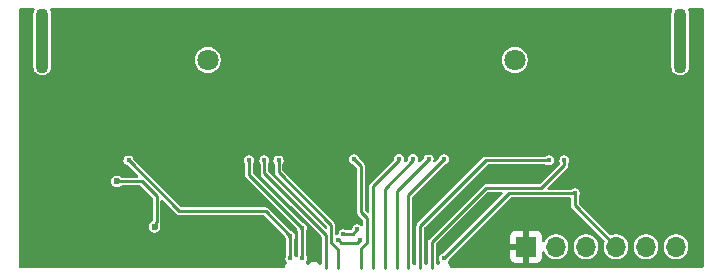
<source format=gbl>
%TF.GenerationSoftware,KiCad,Pcbnew,9.0.0*%
%TF.CreationDate,2025-04-22T14:32:57+01:00*%
%TF.ProjectId,vm_jacdaptor_0.2,766d5f6a-6163-4646-9170-746f725f302e,v0.2*%
%TF.SameCoordinates,PX58b1140PY3fe56c0*%
%TF.FileFunction,Copper,L2,Bot*%
%TF.FilePolarity,Positive*%
%FSLAX45Y45*%
G04 Gerber Fmt 4.5, Leading zero omitted, Abs format (unit mm)*
G04 Created by KiCad (PCBNEW 9.0.0) date 2025-04-22 14:32:57*
%MOMM*%
%LPD*%
G01*
G04 APERTURE LIST*
%TA.AperFunction,ComponentPad*%
%ADD10R,1.700000X1.700000*%
%TD*%
%TA.AperFunction,ComponentPad*%
%ADD11O,1.700000X1.700000*%
%TD*%
%TA.AperFunction,ComponentPad*%
%ADD12C,1.800000*%
%TD*%
%TA.AperFunction,ComponentPad*%
%ADD13O,1.100000X5.500000*%
%TD*%
%TA.AperFunction,SMDPad,CuDef*%
%ADD14C,0.125000*%
%TD*%
%TA.AperFunction,ViaPad*%
%ADD15C,0.600000*%
%TD*%
%TA.AperFunction,ViaPad*%
%ADD16C,0.450000*%
%TD*%
%TA.AperFunction,Conductor*%
%ADD17C,0.250000*%
%TD*%
%TA.AperFunction,Conductor*%
%ADD18C,0.500000*%
%TD*%
%TA.AperFunction,Conductor*%
%ADD19C,0.200000*%
%TD*%
G04 APERTURE END LIST*
D10*
%TO.P,J2,1,Pin_1*%
%TO.N,GND*%
X1395000Y-920000D03*
D11*
%TO.P,J2,2,Pin_2*%
%TO.N,/RESET*%
X1649000Y-920000D03*
%TO.P,J2,3,Pin_3*%
%TO.N,/SWCLK*%
X1903000Y-920000D03*
%TO.P,J2,4,Pin_4*%
%TO.N,/JD_DATA*%
X2157000Y-920000D03*
%TO.P,J2,5,Pin_5*%
%TO.N,JD_PWR*%
X2411000Y-920000D03*
%TO.P,J2,6,Pin_6*%
%TO.N,+3V3*%
X2665000Y-920000D03*
%TD*%
D12*
%TO.P,J1,*%
%TO.N,*%
X-1300000Y660000D03*
X1300000Y660000D03*
D13*
%TO.P,J1,41*%
%TO.N,N/C*%
X2700000Y825000D03*
%TO.P,J1,42*%
X-2700000Y825000D03*
%TD*%
D14*
%TO.P,GS12,1,SWDIO~8*%
%TO.N,/SWDIO_8*%
X600000Y-1100000D03*
%TD*%
%TO.P,GS5,1,SWDIO~1*%
%TO.N,/SWDIO_1*%
X-200000Y-1100000D03*
%TD*%
%TO.P,GS10,1,SWDIO~6*%
%TO.N,/SWDIO_6*%
X400000Y-1100000D03*
%TD*%
%TO.P,GS7,1,SWDIO~3*%
%TO.N,/SWDIO_3*%
X100000Y-1100000D03*
%TD*%
%TO.P,GS6,1,SWDIO~2*%
%TO.N,/SWDIO_2*%
X0Y-1100000D03*
%TD*%
%TO.P,GS4,1,SWDIO~0*%
%TO.N,/SWDIO_0*%
X-300000Y-1100000D03*
%TD*%
%TO.P,GS8,1,SWDIO~4*%
%TO.N,/SWDIO_4*%
X200000Y-1100000D03*
%TD*%
%TO.P,GS11,1,SWDIO~7*%
%TO.N,/SWDIO_7*%
X500000Y-1100000D03*
%TD*%
%TO.P,GS9,1,SWDIO~5*%
%TO.N,/SWDIO_5*%
X300000Y-1100000D03*
%TD*%
D15*
%TO.N,+3V3*%
X-1750000Y-750100D03*
X-2067500Y-367500D03*
D16*
%TO.N,GND*%
X-1465000Y-445000D03*
D15*
X-2006819Y-444689D03*
D16*
X1940000Y-480000D03*
X-335000Y-305000D03*
X-402500Y-1020000D03*
X-745000Y-830000D03*
D15*
X-1930000Y-710000D03*
D16*
X2170000Y-635000D03*
X945000Y-695000D03*
X-1420000Y-245000D03*
X1435000Y-550000D03*
X1140000Y-810000D03*
X-2260000Y-255000D03*
X1020000Y-965000D03*
%TO.N,/JD_DATA*%
X1808099Y-468914D03*
X700000Y-1020000D03*
%TO.N,/SWDIO_1*%
X-700000Y-190000D03*
%TO.N,/SWDIO_2*%
X-60000Y-180000D03*
%TO.N,/SWDIO_3*%
X320000Y-176900D03*
%TO.N,/SWDIO_4*%
X440000Y-176900D03*
%TO.N,/SWDIO_5*%
X570000Y-180000D03*
%TO.N,/SWDIO_6*%
X700000Y-180000D03*
%TO.N,/SWDIO_7*%
X1590000Y-190000D03*
%TO.N,/SWCLK*%
X-6851Y-863829D03*
X-600000Y-1020000D03*
X-1970000Y-190000D03*
X-198693Y-862000D03*
X-600000Y-830000D03*
%TO.N,/RESET*%
X-32782Y-772782D03*
X-500000Y-760000D03*
X-500000Y-1020000D03*
X-152500Y-816322D03*
X-950000Y-190000D03*
%TO.N,/SWDIO_0*%
X-820000Y-190000D03*
%TO.N,/SWDIO_8*%
X1720000Y-190000D03*
%TD*%
D17*
%TO.N,+3V3*%
X-2067500Y-367500D02*
X-1856140Y-367500D01*
X-1856140Y-367500D02*
X-1732500Y-491140D01*
X-1732500Y-491140D02*
X-1732500Y-712500D01*
X-1750000Y-730000D02*
X-1750000Y-750100D01*
X-1732500Y-712500D02*
X-1750000Y-730000D01*
D18*
%TO.N,GND*%
X-2009261Y-447131D02*
X-2006819Y-444689D01*
X-1947098Y-657098D02*
X-1930000Y-674195D01*
D19*
X2700000Y-600000D02*
X2650000Y-600000D01*
D18*
X-1930000Y-674195D02*
X-1930000Y-710000D01*
X-2009261Y-594934D02*
X-2009261Y-447131D01*
X-2000000Y-710000D02*
X-1947098Y-657098D01*
X-1947098Y-657098D02*
X-2009261Y-594934D01*
D17*
%TO.N,/JD_DATA*%
X1808099Y-571100D02*
X2157000Y-920000D01*
X1808099Y-468914D02*
X1251086Y-468914D01*
X1251086Y-468914D02*
X700000Y-1020000D01*
X1808099Y-468914D02*
X1808099Y-571100D01*
%TO.N,/SWDIO_1*%
X-700000Y-290000D02*
X-700000Y-190000D01*
X-253693Y-736307D02*
X-700000Y-290000D01*
X-200000Y-938475D02*
X-253693Y-884782D01*
X-253693Y-884782D02*
X-253693Y-736307D01*
X-200000Y-1100000D02*
X-200000Y-938475D01*
%TO.N,/SWDIO_2*%
X50000Y-680242D02*
X0Y-630242D01*
X0Y-630242D02*
X0Y-240000D01*
X50000Y-884760D02*
X50000Y-680242D01*
X0Y-934760D02*
X50000Y-884760D01*
X0Y-240000D02*
X-60000Y-180000D01*
X0Y-1100000D02*
X0Y-934760D01*
%TO.N,/SWDIO_3*%
X100000Y-410000D02*
X320000Y-190000D01*
X100000Y-1100000D02*
X100000Y-410000D01*
X320000Y-190000D02*
X320000Y-176900D01*
%TO.N,/SWDIO_4*%
X200000Y-430000D02*
X440000Y-190000D01*
X200000Y-1100000D02*
X200000Y-430000D01*
X440000Y-190000D02*
X440000Y-176900D01*
%TO.N,/SWDIO_5*%
X300000Y-1100000D02*
X300000Y-450000D01*
X300000Y-450000D02*
X570000Y-180000D01*
%TO.N,/SWDIO_6*%
X400000Y-480000D02*
X700000Y-180000D01*
X400000Y-1100000D02*
X400000Y-480000D01*
%TO.N,/SWDIO_7*%
X500000Y-1100000D02*
X500000Y-745209D01*
X500000Y-745209D02*
X1055210Y-190000D01*
X1055210Y-190000D02*
X1590000Y-190000D01*
%TO.N,/SWCLK*%
X-194257Y-862102D02*
X-194356Y-862102D01*
X-167081Y-885000D02*
X-185770Y-866310D01*
X-600000Y-830000D02*
X-810000Y-620000D01*
X-185770Y-866310D02*
X-189344Y-866310D01*
X-13829Y-863829D02*
X-35000Y-885000D01*
X-192916Y-862739D02*
X-193620Y-862739D01*
X-1540000Y-620000D02*
X-1970000Y-190000D01*
X-194458Y-862000D02*
X-198693Y-862000D01*
X-6851Y-863829D02*
X-13829Y-863829D01*
X-35000Y-885000D02*
X-167081Y-885000D01*
X-189344Y-866310D02*
X-192916Y-862739D01*
X-810000Y-620000D02*
X-1540000Y-620000D01*
X-194356Y-862102D02*
X-194458Y-862000D01*
X-600000Y-1020000D02*
X-600000Y-830000D01*
X-193620Y-862739D02*
X-194257Y-862102D01*
%TO.N,/RESET*%
X-73333Y-813333D02*
X-149510Y-813333D01*
X-32782Y-772782D02*
X-73333Y-813333D01*
X-950000Y-310000D02*
X-950000Y-190000D01*
X-149510Y-813333D02*
X-152500Y-816322D01*
X-500000Y-1020000D02*
X-500000Y-760000D01*
X-500000Y-760000D02*
X-950000Y-310000D01*
%TO.N,/SWDIO_0*%
X-820000Y-300000D02*
X-820000Y-190000D01*
X-300000Y-820000D02*
X-820000Y-300000D01*
X-300000Y-1100000D02*
X-300000Y-820000D01*
%TO.N,/SWDIO_8*%
X1720000Y-230000D02*
X1720000Y-190000D01*
X1056086Y-423914D02*
X1526086Y-423914D01*
X1526086Y-423914D02*
X1720000Y-230000D01*
X600000Y-1100000D02*
X600000Y-880000D01*
X600000Y-880000D02*
X1056086Y-423914D01*
%TD*%
%TA.AperFunction,Conductor*%
%TO.N,GND*%
G36*
X-2770040Y1097982D02*
G01*
X-2765465Y1092701D01*
X-2764470Y1085785D01*
X-2766262Y1081109D01*
X-2766221Y1081087D01*
X-2766397Y1080759D01*
X-2766434Y1080661D01*
X-2766508Y1080550D01*
X-2766509Y1080549D01*
X-2772166Y1066892D01*
X-2772166Y1066891D01*
X-2775050Y1052392D01*
X-2775050Y1052392D01*
X-2775050Y597608D01*
X-2775050Y597608D01*
X-2775050Y597608D01*
X-2772166Y583109D01*
X-2772166Y583108D01*
X-2766509Y569451D01*
X-2766508Y569450D01*
X-2758295Y557159D01*
X-2758295Y557158D01*
X-2747842Y546705D01*
X-2747842Y546705D01*
X-2735550Y538492D01*
X-2735549Y538491D01*
X-2721892Y532834D01*
X-2721891Y532834D01*
X-2721891Y532834D01*
X-2721891Y532834D01*
X-2707392Y529950D01*
X-2707392Y529950D01*
X-2692608Y529950D01*
X-2682854Y531890D01*
X-2678109Y532834D01*
X-2664451Y538492D01*
X-2652158Y546705D01*
X-2641705Y557158D01*
X-2633492Y569451D01*
X-2627834Y583109D01*
X-2624950Y597608D01*
X-2624950Y668661D01*
X-1410050Y668661D01*
X-1410050Y651339D01*
X-1407340Y634230D01*
X-1401987Y617756D01*
X-1394123Y602321D01*
X-1383941Y588307D01*
X-1371693Y576059D01*
X-1357679Y565877D01*
X-1342245Y558013D01*
X-1325770Y552660D01*
X-1308661Y549950D01*
X-1308661Y549950D01*
X-1291339Y549950D01*
X-1291339Y549950D01*
X-1274230Y552660D01*
X-1257756Y558013D01*
X-1242321Y565877D01*
X-1228307Y576059D01*
X-1216059Y588307D01*
X-1205877Y602321D01*
X-1198013Y617756D01*
X-1192660Y634230D01*
X-1189950Y651339D01*
X-1189950Y668661D01*
X1189950Y668661D01*
X1189950Y651339D01*
X1192660Y634230D01*
X1198013Y617756D01*
X1205877Y602321D01*
X1216059Y588307D01*
X1228307Y576059D01*
X1242321Y565877D01*
X1257756Y558013D01*
X1274230Y552660D01*
X1291339Y549950D01*
X1291339Y549950D01*
X1308661Y549950D01*
X1308661Y549950D01*
X1325770Y552660D01*
X1342245Y558013D01*
X1357679Y565877D01*
X1371693Y576059D01*
X1383941Y588307D01*
X1394123Y602321D01*
X1401987Y617756D01*
X1407340Y634230D01*
X1410050Y651339D01*
X1410050Y668661D01*
X1407340Y685770D01*
X1401987Y702244D01*
X1394123Y717679D01*
X1383941Y731693D01*
X1371693Y743941D01*
X1357679Y754123D01*
X1342245Y761987D01*
X1325770Y767340D01*
X1325770Y767340D01*
X1325770Y767340D01*
X1312627Y769422D01*
X1308661Y770050D01*
X1291339Y770050D01*
X1287373Y769422D01*
X1274230Y767340D01*
X1257755Y761987D01*
X1242321Y754123D01*
X1234326Y748314D01*
X1228307Y743941D01*
X1228307Y743941D01*
X1228307Y743941D01*
X1216059Y731693D01*
X1216059Y731693D01*
X1216059Y731693D01*
X1211686Y725674D01*
X1205877Y717679D01*
X1198013Y702245D01*
X1192660Y685770D01*
X1189950Y668661D01*
X-1189950Y668661D01*
X-1192660Y685770D01*
X-1198013Y702244D01*
X-1205877Y717679D01*
X-1216059Y731693D01*
X-1228307Y743941D01*
X-1242321Y754123D01*
X-1257756Y761987D01*
X-1274230Y767340D01*
X-1274230Y767340D01*
X-1274230Y767340D01*
X-1287373Y769422D01*
X-1291339Y770050D01*
X-1308661Y770050D01*
X-1312627Y769422D01*
X-1325770Y767340D01*
X-1342245Y761987D01*
X-1357679Y754123D01*
X-1365674Y748314D01*
X-1371693Y743941D01*
X-1371693Y743941D01*
X-1371693Y743941D01*
X-1383941Y731693D01*
X-1383941Y731693D01*
X-1383941Y731693D01*
X-1388314Y725674D01*
X-1394123Y717679D01*
X-1401987Y702245D01*
X-1407340Y685770D01*
X-1410050Y668661D01*
X-2624950Y668661D01*
X-2624950Y1052392D01*
X-2624950Y1052392D01*
X-2627834Y1066891D01*
X-2627834Y1066891D01*
X-2627834Y1066891D01*
X-2627834Y1066892D01*
X-2633491Y1080549D01*
X-2633492Y1080550D01*
X-2633566Y1080661D01*
X-2633587Y1080728D01*
X-2633779Y1081087D01*
X-2633711Y1081124D01*
X-2635654Y1087328D01*
X-2633806Y1094066D01*
X-2628608Y1098736D01*
X-2623256Y1099950D01*
X2623256Y1099950D01*
X2629960Y1097982D01*
X2634535Y1092701D01*
X2635530Y1085785D01*
X2633738Y1081109D01*
X2633779Y1081087D01*
X2633603Y1080759D01*
X2633566Y1080661D01*
X2633492Y1080550D01*
X2633491Y1080549D01*
X2627834Y1066892D01*
X2627834Y1066891D01*
X2624950Y1052392D01*
X2624950Y1052392D01*
X2624950Y597608D01*
X2624950Y597608D01*
X2624950Y597608D01*
X2627834Y583109D01*
X2627834Y583108D01*
X2633491Y569451D01*
X2633492Y569450D01*
X2641705Y557159D01*
X2641705Y557158D01*
X2652158Y546705D01*
X2652158Y546705D01*
X2664450Y538492D01*
X2664451Y538491D01*
X2678108Y532834D01*
X2678109Y532834D01*
X2678109Y532834D01*
X2678109Y532834D01*
X2692608Y529950D01*
X2692608Y529950D01*
X2707392Y529950D01*
X2717146Y531890D01*
X2721891Y532834D01*
X2735550Y538492D01*
X2747842Y546705D01*
X2758295Y557158D01*
X2766508Y569451D01*
X2772166Y583109D01*
X2775050Y597608D01*
X2775050Y1052392D01*
X2775050Y1052392D01*
X2772166Y1066891D01*
X2772166Y1066891D01*
X2772166Y1066891D01*
X2772166Y1066892D01*
X2766509Y1080549D01*
X2766508Y1080550D01*
X2766434Y1080661D01*
X2766413Y1080728D01*
X2766221Y1081087D01*
X2766289Y1081124D01*
X2764346Y1087328D01*
X2766194Y1094066D01*
X2771392Y1098736D01*
X2776744Y1099950D01*
X2887550Y1099950D01*
X2894254Y1097982D01*
X2898829Y1092701D01*
X2899950Y1087550D01*
X2899950Y-1087600D01*
X2897981Y-1094304D01*
X2892701Y-1098879D01*
X2887550Y-1100000D01*
X760950Y-1100000D01*
X754246Y-1098032D01*
X749671Y-1092751D01*
X748973Y-1090809D01*
X748113Y-1087600D01*
X746194Y-1080438D01*
X739668Y-1069134D01*
X734122Y-1063589D01*
X730774Y-1057456D01*
X731272Y-1050487D01*
X733625Y-1046826D01*
X733554Y-1046771D01*
X734048Y-1046127D01*
X734048Y-1046126D01*
X739650Y-1036424D01*
X742466Y-1025916D01*
X745675Y-1020358D01*
X935817Y-830215D01*
X1260000Y-830215D01*
X1260000Y-895000D01*
X1351699Y-895000D01*
X1348408Y-900701D01*
X1345000Y-913417D01*
X1345000Y-926583D01*
X1348408Y-939299D01*
X1351699Y-945000D01*
X1260000Y-945000D01*
X1260000Y-1009784D01*
X1260640Y-1015737D01*
X1260640Y-1015738D01*
X1265665Y-1029209D01*
X1265665Y-1029209D01*
X1274281Y-1040719D01*
X1274281Y-1040719D01*
X1285791Y-1049335D01*
X1285791Y-1049335D01*
X1299262Y-1054360D01*
X1299263Y-1054360D01*
X1305216Y-1055000D01*
X1305217Y-1055000D01*
X1370000Y-1055000D01*
X1370000Y-963301D01*
X1375701Y-966592D01*
X1388417Y-970000D01*
X1401583Y-970000D01*
X1414299Y-966592D01*
X1420000Y-963301D01*
X1420000Y-1055000D01*
X1484783Y-1055000D01*
X1484784Y-1055000D01*
X1490737Y-1054360D01*
X1490738Y-1054360D01*
X1504209Y-1049335D01*
X1504209Y-1049335D01*
X1515719Y-1040719D01*
X1515719Y-1040719D01*
X1524335Y-1029209D01*
X1524335Y-1029209D01*
X1529360Y-1015738D01*
X1529360Y-1015737D01*
X1530000Y-1009784D01*
X1530000Y-1009783D01*
X1530000Y-969556D01*
X1531968Y-962852D01*
X1537249Y-958277D01*
X1544165Y-957283D01*
X1550520Y-960185D01*
X1553856Y-964811D01*
X1554594Y-966592D01*
X1555906Y-969760D01*
X1558956Y-974325D01*
X1567402Y-986966D01*
X1582034Y-1001597D01*
X1582034Y-1001598D01*
X1599240Y-1013094D01*
X1618358Y-1021013D01*
X1638653Y-1025050D01*
X1638653Y-1025050D01*
X1638653Y-1025050D01*
X1659347Y-1025050D01*
X1659347Y-1025050D01*
X1679642Y-1021013D01*
X1698760Y-1013094D01*
X1715965Y-1001598D01*
X1730598Y-986965D01*
X1742094Y-969760D01*
X1750013Y-950642D01*
X1754050Y-930346D01*
X1754050Y-909653D01*
X1754050Y-909653D01*
X1797950Y-909653D01*
X1797950Y-930347D01*
X1801987Y-950641D01*
X1801987Y-950642D01*
X1809906Y-969760D01*
X1821402Y-986966D01*
X1836034Y-1001597D01*
X1836034Y-1001598D01*
X1853240Y-1013094D01*
X1872358Y-1021013D01*
X1892653Y-1025050D01*
X1892653Y-1025050D01*
X1892653Y-1025050D01*
X1913347Y-1025050D01*
X1913347Y-1025050D01*
X1933642Y-1021013D01*
X1952760Y-1013094D01*
X1969965Y-1001598D01*
X1984598Y-986965D01*
X1996094Y-969760D01*
X2004013Y-950642D01*
X2008050Y-930346D01*
X2008050Y-909653D01*
X2004013Y-889358D01*
X1996094Y-870240D01*
X1984598Y-853034D01*
X1984597Y-853034D01*
X1969966Y-838402D01*
X1955486Y-828727D01*
X1952760Y-826906D01*
X1950852Y-826115D01*
X1933642Y-818987D01*
X1933641Y-818987D01*
X1913347Y-814950D01*
X1913346Y-814950D01*
X1892653Y-814950D01*
X1892653Y-814950D01*
X1872359Y-818987D01*
X1872358Y-818987D01*
X1853240Y-826906D01*
X1836034Y-838402D01*
X1821402Y-853034D01*
X1809906Y-870240D01*
X1801987Y-889358D01*
X1801987Y-889359D01*
X1797950Y-909653D01*
X1754050Y-909653D01*
X1750013Y-889358D01*
X1742094Y-870240D01*
X1730598Y-853034D01*
X1730597Y-853034D01*
X1715966Y-838402D01*
X1701486Y-828727D01*
X1698760Y-826906D01*
X1696852Y-826115D01*
X1679642Y-818987D01*
X1679641Y-818987D01*
X1659347Y-814950D01*
X1659346Y-814950D01*
X1638653Y-814950D01*
X1638653Y-814950D01*
X1618359Y-818987D01*
X1618358Y-818987D01*
X1599240Y-826906D01*
X1582034Y-838402D01*
X1567402Y-853034D01*
X1555906Y-870240D01*
X1553856Y-875189D01*
X1549472Y-880629D01*
X1542843Y-882836D01*
X1536073Y-881108D01*
X1531312Y-875994D01*
X1530000Y-870443D01*
X1530000Y-830217D01*
X1530000Y-830215D01*
X1529360Y-824263D01*
X1529360Y-824262D01*
X1524335Y-810791D01*
X1524335Y-810791D01*
X1515719Y-799281D01*
X1515719Y-799281D01*
X1504209Y-790665D01*
X1504209Y-790664D01*
X1490738Y-785640D01*
X1490737Y-785640D01*
X1484784Y-785000D01*
X1420000Y-785000D01*
X1420000Y-876699D01*
X1414299Y-873407D01*
X1401583Y-870000D01*
X1388417Y-870000D01*
X1375701Y-873407D01*
X1370000Y-876699D01*
X1370000Y-785000D01*
X1305216Y-785000D01*
X1299263Y-785640D01*
X1299262Y-785640D01*
X1285791Y-790664D01*
X1285791Y-790665D01*
X1274281Y-799281D01*
X1274281Y-799281D01*
X1265665Y-810791D01*
X1265665Y-810791D01*
X1260640Y-824262D01*
X1260640Y-824263D01*
X1260000Y-830215D01*
X935817Y-830215D01*
X1260937Y-505096D01*
X1267069Y-501747D01*
X1269705Y-501464D01*
X1763149Y-501464D01*
X1769853Y-503432D01*
X1774429Y-508713D01*
X1775549Y-513864D01*
X1775549Y-575385D01*
X1777768Y-583664D01*
X1777857Y-583818D01*
X1782053Y-591086D01*
X1782053Y-591086D01*
X2057257Y-866289D01*
X2060605Y-872422D01*
X2060107Y-879391D01*
X2059945Y-879803D01*
X2055987Y-889357D01*
X2055987Y-889359D01*
X2051950Y-909653D01*
X2051950Y-930347D01*
X2055987Y-950641D01*
X2055987Y-950642D01*
X2063906Y-969760D01*
X2075402Y-986966D01*
X2090034Y-1001597D01*
X2090034Y-1001598D01*
X2107240Y-1013094D01*
X2126358Y-1021013D01*
X2146653Y-1025050D01*
X2146653Y-1025050D01*
X2146654Y-1025050D01*
X2167347Y-1025050D01*
X2167347Y-1025050D01*
X2187642Y-1021013D01*
X2206760Y-1013094D01*
X2223966Y-1001598D01*
X2238598Y-986965D01*
X2250094Y-969760D01*
X2258013Y-950642D01*
X2262050Y-930346D01*
X2262050Y-909653D01*
X2262050Y-909653D01*
X2305950Y-909653D01*
X2305950Y-930347D01*
X2309987Y-950641D01*
X2309987Y-950642D01*
X2317906Y-969760D01*
X2329402Y-986966D01*
X2344034Y-1001597D01*
X2344035Y-1001598D01*
X2361240Y-1013094D01*
X2380358Y-1021013D01*
X2400653Y-1025050D01*
X2400653Y-1025050D01*
X2400654Y-1025050D01*
X2421347Y-1025050D01*
X2421347Y-1025050D01*
X2441642Y-1021013D01*
X2460760Y-1013094D01*
X2477966Y-1001598D01*
X2492598Y-986965D01*
X2504094Y-969760D01*
X2512013Y-950642D01*
X2516050Y-930346D01*
X2516050Y-909653D01*
X2516050Y-909653D01*
X2559950Y-909653D01*
X2559950Y-930347D01*
X2563987Y-950641D01*
X2563987Y-950642D01*
X2571906Y-969760D01*
X2583402Y-986966D01*
X2598034Y-1001597D01*
X2598035Y-1001598D01*
X2615240Y-1013094D01*
X2634358Y-1021013D01*
X2654653Y-1025050D01*
X2654653Y-1025050D01*
X2654654Y-1025050D01*
X2675347Y-1025050D01*
X2675347Y-1025050D01*
X2695642Y-1021013D01*
X2714760Y-1013094D01*
X2731966Y-1001598D01*
X2746598Y-986965D01*
X2758094Y-969760D01*
X2766013Y-950642D01*
X2770050Y-930346D01*
X2770050Y-909653D01*
X2766013Y-889358D01*
X2758094Y-870240D01*
X2746598Y-853034D01*
X2746598Y-853034D01*
X2731966Y-838402D01*
X2717486Y-828727D01*
X2714760Y-826906D01*
X2712852Y-826115D01*
X2695642Y-818987D01*
X2695641Y-818987D01*
X2675347Y-814950D01*
X2675347Y-814950D01*
X2654654Y-814950D01*
X2654653Y-814950D01*
X2634359Y-818987D01*
X2634358Y-818987D01*
X2615240Y-826906D01*
X2598034Y-838402D01*
X2583402Y-853034D01*
X2571906Y-870240D01*
X2563987Y-889358D01*
X2563987Y-889359D01*
X2559950Y-909653D01*
X2516050Y-909653D01*
X2512013Y-889358D01*
X2504094Y-870240D01*
X2492598Y-853034D01*
X2492598Y-853034D01*
X2477966Y-838402D01*
X2463486Y-828727D01*
X2460760Y-826906D01*
X2458852Y-826115D01*
X2441642Y-818987D01*
X2441641Y-818987D01*
X2421347Y-814950D01*
X2421347Y-814950D01*
X2400654Y-814950D01*
X2400653Y-814950D01*
X2380359Y-818987D01*
X2380358Y-818987D01*
X2361240Y-826906D01*
X2344034Y-838402D01*
X2329402Y-853034D01*
X2317906Y-870240D01*
X2309987Y-889358D01*
X2309987Y-889359D01*
X2305950Y-909653D01*
X2262050Y-909653D01*
X2258013Y-889358D01*
X2250094Y-870240D01*
X2238598Y-853034D01*
X2238598Y-853034D01*
X2223966Y-838402D01*
X2209486Y-828727D01*
X2206760Y-826906D01*
X2204852Y-826115D01*
X2187642Y-818987D01*
X2187641Y-818987D01*
X2167347Y-814950D01*
X2167347Y-814950D01*
X2146654Y-814950D01*
X2146653Y-814950D01*
X2126359Y-818987D01*
X2126358Y-818987D01*
X2116803Y-822945D01*
X2109856Y-823692D01*
X2103608Y-820564D01*
X2103290Y-820257D01*
X1844281Y-561249D01*
X1840933Y-555116D01*
X1840649Y-552481D01*
X1840649Y-500958D01*
X1842311Y-494758D01*
X1843047Y-493483D01*
X1847750Y-485338D01*
X1850649Y-474516D01*
X1850649Y-463312D01*
X1847750Y-452490D01*
X1842148Y-442788D01*
X1834226Y-434865D01*
X1824523Y-429264D01*
X1813701Y-426364D01*
X1802498Y-426364D01*
X1791676Y-429264D01*
X1791675Y-429264D01*
X1782255Y-434703D01*
X1776055Y-436364D01*
X1589605Y-436364D01*
X1582901Y-434395D01*
X1578325Y-429115D01*
X1577331Y-422199D01*
X1580234Y-415844D01*
X1580837Y-415196D01*
X1663051Y-332982D01*
X1746046Y-249986D01*
X1750332Y-242564D01*
X1752550Y-234285D01*
X1752550Y-225715D01*
X1752550Y-222044D01*
X1754211Y-215844D01*
X1759650Y-206424D01*
X1762550Y-195602D01*
X1762550Y-184398D01*
X1759650Y-173576D01*
X1754048Y-163874D01*
X1746126Y-155952D01*
X1736424Y-150350D01*
X1725602Y-147450D01*
X1714398Y-147450D01*
X1703576Y-150350D01*
X1703576Y-150350D01*
X1693874Y-155951D01*
X1693873Y-155952D01*
X1685952Y-163873D01*
X1685951Y-163874D01*
X1680350Y-173576D01*
X1680350Y-173576D01*
X1677450Y-184398D01*
X1677450Y-195602D01*
X1679875Y-204654D01*
X1680350Y-206424D01*
X1680350Y-206424D01*
X1681886Y-209084D01*
X1683533Y-215874D01*
X1681248Y-222477D01*
X1679915Y-224052D01*
X1516235Y-387732D01*
X1510103Y-391081D01*
X1507467Y-391364D01*
X1051801Y-391364D01*
X1043522Y-393582D01*
X1036100Y-397867D01*
X1036099Y-397868D01*
X573954Y-860013D01*
X573953Y-860014D01*
X569668Y-867436D01*
X569668Y-867436D01*
X567450Y-875715D01*
X567450Y-1057736D01*
X566634Y-1060515D01*
X566100Y-1063362D01*
X565593Y-1064060D01*
X565482Y-1064440D01*
X564067Y-1066247D01*
X563946Y-1066376D01*
X560332Y-1069990D01*
X560013Y-1070543D01*
X559017Y-1071598D01*
X556525Y-1073053D01*
X554195Y-1074755D01*
X553546Y-1074793D01*
X552984Y-1075122D01*
X550101Y-1074999D01*
X547221Y-1075170D01*
X546653Y-1074852D01*
X546004Y-1074824D01*
X543645Y-1073163D01*
X541128Y-1071749D01*
X540328Y-1070826D01*
X540292Y-1070800D01*
X540279Y-1070769D01*
X540162Y-1070634D01*
X539668Y-1069990D01*
X536182Y-1066504D01*
X532833Y-1060372D01*
X532550Y-1057736D01*
X532550Y-763828D01*
X534519Y-757124D01*
X536182Y-755060D01*
X1065060Y-226182D01*
X1071193Y-222833D01*
X1073828Y-222550D01*
X1557956Y-222550D01*
X1564156Y-224211D01*
X1573576Y-229650D01*
X1584398Y-232550D01*
X1584398Y-232550D01*
X1595602Y-232550D01*
X1595602Y-232550D01*
X1606424Y-229650D01*
X1616126Y-224048D01*
X1624048Y-216126D01*
X1629650Y-206424D01*
X1632550Y-195602D01*
X1632550Y-184398D01*
X1629650Y-173576D01*
X1624048Y-163874D01*
X1616126Y-155952D01*
X1606424Y-150350D01*
X1595602Y-147450D01*
X1584398Y-147450D01*
X1573576Y-150350D01*
X1573576Y-150350D01*
X1564156Y-155789D01*
X1557956Y-157450D01*
X1050924Y-157450D01*
X1042645Y-159668D01*
X1035223Y-163954D01*
X1035223Y-163954D01*
X473954Y-725223D01*
X473953Y-725224D01*
X469668Y-732645D01*
X469318Y-733953D01*
X467450Y-740924D01*
X467450Y-1057736D01*
X466634Y-1060515D01*
X466100Y-1063362D01*
X465593Y-1064060D01*
X465481Y-1064440D01*
X464067Y-1066247D01*
X463946Y-1066376D01*
X460332Y-1069990D01*
X460013Y-1070543D01*
X459017Y-1071598D01*
X456525Y-1073053D01*
X454195Y-1074755D01*
X453546Y-1074793D01*
X452984Y-1075122D01*
X450101Y-1074999D01*
X447220Y-1075170D01*
X446653Y-1074852D01*
X446004Y-1074824D01*
X443645Y-1073163D01*
X441128Y-1071749D01*
X440328Y-1070826D01*
X440292Y-1070800D01*
X440279Y-1070769D01*
X440162Y-1070634D01*
X439668Y-1069990D01*
X436182Y-1066504D01*
X432833Y-1060372D01*
X432550Y-1057736D01*
X432550Y-498619D01*
X434518Y-491915D01*
X436182Y-489851D01*
X565122Y-360911D01*
X700358Y-225675D01*
X705916Y-222466D01*
X716424Y-219650D01*
X726126Y-214048D01*
X734048Y-206126D01*
X739650Y-196424D01*
X742550Y-185602D01*
X742550Y-174398D01*
X739650Y-163576D01*
X734048Y-153874D01*
X726126Y-145952D01*
X716424Y-140350D01*
X705602Y-137450D01*
X694398Y-137450D01*
X683576Y-140350D01*
X683576Y-140350D01*
X673874Y-145951D01*
X673873Y-145952D01*
X665952Y-153873D01*
X665951Y-153874D01*
X660350Y-163576D01*
X660350Y-163576D01*
X657534Y-174084D01*
X654325Y-179642D01*
X632164Y-201804D01*
X626031Y-205152D01*
X619062Y-204654D01*
X613469Y-200466D01*
X611027Y-193920D01*
X611418Y-189827D01*
X612550Y-185602D01*
X612550Y-174398D01*
X609650Y-163576D01*
X604049Y-153874D01*
X596126Y-145952D01*
X586424Y-140350D01*
X575602Y-137450D01*
X564398Y-137450D01*
X553576Y-140350D01*
X553576Y-140350D01*
X543874Y-145951D01*
X543873Y-145952D01*
X535952Y-153873D01*
X535951Y-153874D01*
X530350Y-163576D01*
X530350Y-163576D01*
X527534Y-174084D01*
X524325Y-179642D01*
X501029Y-202938D01*
X494897Y-206287D01*
X487927Y-205788D01*
X482334Y-201601D01*
X479892Y-195055D01*
X480283Y-190961D01*
X482550Y-182502D01*
X482550Y-171298D01*
X479650Y-160476D01*
X474048Y-150774D01*
X466126Y-142852D01*
X459658Y-139117D01*
X456424Y-137250D01*
X456424Y-137250D01*
X456424Y-137250D01*
X445602Y-134350D01*
X434398Y-134350D01*
X423576Y-137250D01*
X423576Y-137250D01*
X413874Y-142851D01*
X413873Y-142852D01*
X405952Y-150773D01*
X405951Y-150774D01*
X400350Y-160476D01*
X400350Y-160476D01*
X397450Y-171298D01*
X397450Y-181381D01*
X396585Y-184325D01*
X395933Y-187324D01*
X395558Y-187825D01*
X395481Y-188085D01*
X393819Y-190149D01*
X383501Y-200466D01*
X381029Y-202938D01*
X374897Y-206287D01*
X367927Y-205788D01*
X362334Y-201601D01*
X359892Y-195055D01*
X360283Y-190961D01*
X362550Y-182502D01*
X362550Y-171298D01*
X359650Y-160476D01*
X354048Y-150774D01*
X346126Y-142852D01*
X339658Y-139117D01*
X336424Y-137250D01*
X336424Y-137250D01*
X336424Y-137250D01*
X325602Y-134350D01*
X314398Y-134350D01*
X303576Y-137250D01*
X303576Y-137250D01*
X293874Y-142851D01*
X293873Y-142852D01*
X285952Y-150773D01*
X285951Y-150774D01*
X280350Y-160476D01*
X280350Y-160476D01*
X277450Y-171298D01*
X277450Y-181381D01*
X275482Y-188085D01*
X273818Y-190149D01*
X73954Y-390013D01*
X73953Y-390014D01*
X69668Y-397436D01*
X69668Y-397436D01*
X67450Y-405715D01*
X67450Y-621723D01*
X66826Y-623848D01*
X66668Y-626057D01*
X65861Y-627135D01*
X65481Y-628427D01*
X63808Y-629877D01*
X62481Y-631650D01*
X61219Y-632121D01*
X60201Y-633003D01*
X58009Y-633318D01*
X55935Y-634092D01*
X54618Y-633806D01*
X53285Y-633997D01*
X51271Y-633077D01*
X49107Y-632607D01*
X47335Y-631280D01*
X46930Y-631095D01*
X46282Y-630492D01*
X36182Y-620392D01*
X32833Y-614259D01*
X32550Y-611623D01*
X32550Y-235715D01*
X32550Y-235715D01*
X30332Y-227436D01*
X30332Y-227436D01*
X26046Y-220014D01*
X-14325Y-179642D01*
X-17534Y-174084D01*
X-20350Y-163576D01*
X-25951Y-153874D01*
X-33874Y-145952D01*
X-43576Y-140350D01*
X-54398Y-137450D01*
X-65602Y-137450D01*
X-76424Y-140350D01*
X-76424Y-140350D01*
X-86126Y-145951D01*
X-86127Y-145952D01*
X-94048Y-153873D01*
X-94049Y-153874D01*
X-99650Y-163576D01*
X-99650Y-163576D01*
X-99650Y-163576D01*
X-102550Y-174398D01*
X-102550Y-185602D01*
X-99650Y-196424D01*
X-94048Y-206126D01*
X-86126Y-214048D01*
X-76424Y-219650D01*
X-65916Y-222466D01*
X-60358Y-225675D01*
X-36182Y-249851D01*
X-32833Y-255983D01*
X-32550Y-258619D01*
X-32550Y-634528D01*
X-30332Y-642806D01*
X-28461Y-646046D01*
X-26046Y-650229D01*
X-26046Y-650229D01*
X13818Y-690093D01*
X17167Y-696226D01*
X17450Y-698861D01*
X17450Y-732903D01*
X15482Y-739607D01*
X10201Y-744182D01*
X3285Y-745176D01*
X-3070Y-742274D01*
X-3718Y-741671D01*
X-6655Y-738733D01*
X-6655Y-738733D01*
X-13124Y-734999D01*
X-16358Y-733132D01*
X-16358Y-733131D01*
X-16358Y-733131D01*
X-27180Y-730232D01*
X-38384Y-730232D01*
X-49205Y-733131D01*
X-49206Y-733132D01*
X-58908Y-738733D01*
X-58908Y-738733D01*
X-66830Y-746655D01*
X-66831Y-746656D01*
X-72432Y-756358D01*
X-72432Y-756358D01*
X-75248Y-766865D01*
X-76049Y-768254D01*
X-76342Y-769599D01*
X-78457Y-772424D01*
X-83184Y-777151D01*
X-89316Y-780499D01*
X-91952Y-780783D01*
X-125634Y-780783D01*
X-131834Y-779122D01*
X-136076Y-776672D01*
X-146898Y-773772D01*
X-158102Y-773772D01*
X-168924Y-776672D01*
X-168924Y-776672D01*
X-178626Y-782274D01*
X-178627Y-782274D01*
X-186548Y-790196D01*
X-186549Y-790196D01*
X-192150Y-799898D01*
X-192150Y-799899D01*
X-195002Y-810541D01*
X-195627Y-811566D01*
X-195826Y-812750D01*
X-197412Y-814494D01*
X-198638Y-816507D01*
X-199836Y-817161D01*
X-200526Y-817920D01*
X-203770Y-819309D01*
X-205534Y-819782D01*
X-212519Y-819615D01*
X-218305Y-815699D01*
X-221055Y-809276D01*
X-221143Y-807804D01*
X-221143Y-732022D01*
X-221143Y-732022D01*
X-223361Y-723743D01*
X-223361Y-723743D01*
X-227646Y-716321D01*
X-663818Y-280149D01*
X-667167Y-274017D01*
X-667450Y-271381D01*
X-667450Y-222044D01*
X-665789Y-215844D01*
X-660350Y-206424D01*
X-657450Y-195602D01*
X-657450Y-184398D01*
X-660350Y-173576D01*
X-665952Y-163874D01*
X-673874Y-155952D01*
X-683576Y-150350D01*
X-694398Y-147450D01*
X-705602Y-147450D01*
X-716424Y-150350D01*
X-716424Y-150350D01*
X-726126Y-155951D01*
X-726127Y-155952D01*
X-734048Y-163873D01*
X-734049Y-163874D01*
X-739650Y-173576D01*
X-739650Y-173576D01*
X-742550Y-184398D01*
X-742550Y-195602D01*
X-740124Y-204654D01*
X-739650Y-206424D01*
X-739650Y-206424D01*
X-734211Y-215844D01*
X-732550Y-222044D01*
X-732550Y-294285D01*
X-730332Y-302564D01*
X-728513Y-305715D01*
X-726046Y-309986D01*
X-726046Y-309986D01*
X-289875Y-746158D01*
X-288405Y-748850D01*
X-286745Y-751432D01*
X-286656Y-752052D01*
X-286526Y-752290D01*
X-286243Y-754926D01*
X-286243Y-757788D01*
X-288212Y-764492D01*
X-293492Y-769067D01*
X-300408Y-770062D01*
X-306763Y-767159D01*
X-307411Y-766556D01*
X-783818Y-290149D01*
X-787167Y-284017D01*
X-787450Y-281381D01*
X-787450Y-222044D01*
X-785789Y-215844D01*
X-780350Y-206424D01*
X-777450Y-195602D01*
X-777450Y-184398D01*
X-780350Y-173576D01*
X-785951Y-163874D01*
X-793874Y-155952D01*
X-803576Y-150350D01*
X-814398Y-147450D01*
X-825602Y-147450D01*
X-836424Y-150350D01*
X-836424Y-150350D01*
X-846126Y-155951D01*
X-846127Y-155952D01*
X-854048Y-163873D01*
X-854049Y-163874D01*
X-859650Y-173576D01*
X-859650Y-173576D01*
X-862550Y-184398D01*
X-862550Y-195602D01*
X-860124Y-204654D01*
X-859650Y-206424D01*
X-859650Y-206424D01*
X-854211Y-215844D01*
X-852550Y-222044D01*
X-852550Y-304285D01*
X-850332Y-312564D01*
X-848189Y-316275D01*
X-846046Y-319986D01*
X-590648Y-575385D01*
X-460520Y-705513D01*
X-336182Y-829851D01*
X-332833Y-835983D01*
X-332550Y-838619D01*
X-332550Y-1057736D01*
X-334519Y-1064440D01*
X-336182Y-1066504D01*
X-339668Y-1069990D01*
X-340022Y-1070451D01*
X-345664Y-1074571D01*
X-352639Y-1074987D01*
X-358731Y-1071565D01*
X-359789Y-1070169D01*
X-359838Y-1070207D01*
X-360332Y-1069562D01*
X-369562Y-1060332D01*
X-369562Y-1060332D01*
X-380866Y-1053806D01*
X-393474Y-1050428D01*
X-406526Y-1050428D01*
X-419134Y-1053806D01*
X-419134Y-1053806D01*
X-430438Y-1060332D01*
X-439668Y-1069562D01*
X-440022Y-1070023D01*
X-445664Y-1074143D01*
X-452639Y-1074559D01*
X-458731Y-1071138D01*
X-458861Y-1071002D01*
X-459867Y-1069941D01*
X-460332Y-1069134D01*
X-465997Y-1063470D01*
X-466112Y-1063348D01*
X-467630Y-1060380D01*
X-469226Y-1057456D01*
X-469214Y-1057283D01*
X-469293Y-1057128D01*
X-468966Y-1053811D01*
X-468728Y-1050487D01*
X-468621Y-1050321D01*
X-468606Y-1050175D01*
X-468184Y-1049642D01*
X-466375Y-1046826D01*
X-466446Y-1046771D01*
X-465952Y-1046127D01*
X-465951Y-1046126D01*
X-460350Y-1036424D01*
X-457450Y-1025602D01*
X-457450Y-1014398D01*
X-460350Y-1003576D01*
X-465789Y-994156D01*
X-467450Y-987956D01*
X-467450Y-792044D01*
X-465789Y-785844D01*
X-463727Y-782274D01*
X-460350Y-776424D01*
X-457450Y-765602D01*
X-457450Y-754398D01*
X-460350Y-743576D01*
X-465951Y-733874D01*
X-473874Y-725951D01*
X-477699Y-723743D01*
X-483576Y-720350D01*
X-483576Y-720350D01*
X-488487Y-719034D01*
X-494084Y-717534D01*
X-499642Y-714325D01*
X-913818Y-300149D01*
X-917167Y-294017D01*
X-917450Y-291381D01*
X-917450Y-222044D01*
X-915789Y-215844D01*
X-910350Y-206424D01*
X-907450Y-195602D01*
X-907450Y-184398D01*
X-910350Y-173576D01*
X-915951Y-163874D01*
X-923874Y-155952D01*
X-933576Y-150350D01*
X-944398Y-147450D01*
X-955602Y-147450D01*
X-966424Y-150350D01*
X-966424Y-150350D01*
X-976126Y-155951D01*
X-976127Y-155952D01*
X-984048Y-163873D01*
X-984049Y-163874D01*
X-989650Y-173576D01*
X-989650Y-173576D01*
X-992550Y-184398D01*
X-992550Y-195602D01*
X-990124Y-204654D01*
X-989650Y-206424D01*
X-989650Y-206424D01*
X-984211Y-215844D01*
X-982550Y-222044D01*
X-982550Y-314285D01*
X-980332Y-322564D01*
X-978189Y-326275D01*
X-976046Y-329986D01*
X-976046Y-329986D01*
X-545675Y-760358D01*
X-542466Y-765916D01*
X-542211Y-766865D01*
X-539650Y-776424D01*
X-539650Y-776424D01*
X-534211Y-785844D01*
X-532550Y-792044D01*
X-532550Y-987956D01*
X-534211Y-994156D01*
X-539261Y-1002902D01*
X-539701Y-1003321D01*
X-539899Y-1003895D01*
X-542200Y-1005704D01*
X-544318Y-1007724D01*
X-544914Y-1007839D01*
X-545391Y-1008214D01*
X-548305Y-1008492D01*
X-551179Y-1009046D01*
X-551743Y-1008821D01*
X-552347Y-1008878D01*
X-554948Y-1007537D01*
X-557665Y-1006450D01*
X-558156Y-1005884D01*
X-558557Y-1005677D01*
X-560739Y-1002902D01*
X-565789Y-994156D01*
X-567450Y-987956D01*
X-567450Y-862044D01*
X-565789Y-855844D01*
X-560350Y-846424D01*
X-557450Y-835602D01*
X-557450Y-824398D01*
X-560350Y-813576D01*
X-565952Y-803874D01*
X-573874Y-795951D01*
X-580641Y-792044D01*
X-583576Y-790350D01*
X-583576Y-790350D01*
X-588487Y-789034D01*
X-594084Y-787534D01*
X-599642Y-784325D01*
X-790014Y-593954D01*
X-790014Y-593954D01*
X-794981Y-591086D01*
X-797436Y-589668D01*
X-801575Y-588559D01*
X-805715Y-587450D01*
X-805715Y-587450D01*
X-1521381Y-587450D01*
X-1528085Y-585482D01*
X-1530149Y-583818D01*
X-1924325Y-189642D01*
X-1927534Y-184084D01*
X-1930350Y-173576D01*
X-1935951Y-163874D01*
X-1943874Y-155952D01*
X-1953576Y-150350D01*
X-1964398Y-147450D01*
X-1975602Y-147450D01*
X-1986424Y-150350D01*
X-1986424Y-150350D01*
X-1996126Y-155951D01*
X-1996127Y-155952D01*
X-2004048Y-163873D01*
X-2004049Y-163874D01*
X-2009650Y-173576D01*
X-2009650Y-173576D01*
X-2012550Y-184398D01*
X-2012550Y-195602D01*
X-2009650Y-206424D01*
X-2004048Y-216126D01*
X-1996126Y-224048D01*
X-1986424Y-229650D01*
X-1975916Y-232466D01*
X-1970358Y-235675D01*
X-1892251Y-313782D01*
X-1888902Y-319914D01*
X-1889401Y-326883D01*
X-1893588Y-332477D01*
X-1900134Y-334918D01*
X-1901019Y-334950D01*
X-2024132Y-334950D01*
X-2030836Y-332982D01*
X-2032900Y-331318D01*
X-2036768Y-327450D01*
X-2036769Y-327450D01*
X-2042475Y-324155D01*
X-2048181Y-320861D01*
X-2054546Y-319155D01*
X-2060911Y-317450D01*
X-2074089Y-317450D01*
X-2086819Y-320861D01*
X-2098231Y-327450D01*
X-2098232Y-327450D01*
X-2107550Y-336768D01*
X-2107550Y-336769D01*
X-2114139Y-348181D01*
X-2117550Y-360911D01*
X-2117550Y-374089D01*
X-2114139Y-386819D01*
X-2112294Y-390014D01*
X-2107550Y-398231D01*
X-2098231Y-407550D01*
X-2086819Y-414139D01*
X-2074089Y-417550D01*
X-2074089Y-417550D01*
X-2060911Y-417550D01*
X-2060911Y-417550D01*
X-2048181Y-414139D01*
X-2036769Y-407550D01*
X-2032900Y-403682D01*
X-2026768Y-400333D01*
X-2024132Y-400050D01*
X-1874758Y-400050D01*
X-1868055Y-402018D01*
X-1865990Y-403682D01*
X-1768682Y-500990D01*
X-1765333Y-507123D01*
X-1765050Y-509758D01*
X-1765050Y-693837D01*
X-1767018Y-700541D01*
X-1771250Y-704576D01*
X-1780731Y-710050D01*
X-1780732Y-710050D01*
X-1790050Y-719368D01*
X-1790050Y-719369D01*
X-1796639Y-730781D01*
X-1798770Y-738733D01*
X-1800050Y-743511D01*
X-1800050Y-756689D01*
X-1799067Y-760358D01*
X-1796639Y-769419D01*
X-1794126Y-773772D01*
X-1790050Y-780832D01*
X-1780731Y-790150D01*
X-1769319Y-796739D01*
X-1756589Y-800150D01*
X-1756589Y-800150D01*
X-1743411Y-800150D01*
X-1743411Y-800150D01*
X-1730681Y-796739D01*
X-1719269Y-790150D01*
X-1709950Y-780832D01*
X-1703361Y-769419D01*
X-1699950Y-756689D01*
X-1699950Y-743511D01*
X-1702733Y-733123D01*
X-1702567Y-726139D01*
X-1702212Y-725169D01*
X-1702169Y-725065D01*
X-1702168Y-725064D01*
X-1699950Y-716785D01*
X-1699950Y-536019D01*
X-1697981Y-529315D01*
X-1692701Y-524740D01*
X-1685785Y-523745D01*
X-1679430Y-526648D01*
X-1678782Y-527251D01*
X-1566047Y-639986D01*
X-1566046Y-639986D01*
X-1559986Y-646047D01*
X-1559986Y-646047D01*
X-1559986Y-646047D01*
X-1552743Y-650228D01*
X-1552564Y-650332D01*
X-1544285Y-652550D01*
X-828619Y-652550D01*
X-821915Y-654519D01*
X-819851Y-656182D01*
X-645675Y-830358D01*
X-645212Y-831051D01*
X-644788Y-831345D01*
X-644067Y-832764D01*
X-642987Y-834380D01*
X-642550Y-835436D01*
X-642550Y-835602D01*
X-639650Y-846424D01*
X-634049Y-856126D01*
X-633931Y-856244D01*
X-633494Y-857299D01*
X-633274Y-859341D01*
X-632550Y-862044D01*
X-632550Y-987956D01*
X-634211Y-994156D01*
X-639650Y-1003576D01*
X-639650Y-1003576D01*
X-642550Y-1014398D01*
X-642550Y-1025602D01*
X-639650Y-1036424D01*
X-634049Y-1046126D01*
X-634048Y-1046127D01*
X-633554Y-1046771D01*
X-633678Y-1046866D01*
X-630774Y-1052185D01*
X-631272Y-1059154D01*
X-634122Y-1063589D01*
X-639668Y-1069134D01*
X-646194Y-1080438D01*
X-646194Y-1080438D01*
X-648973Y-1090809D01*
X-652609Y-1096775D01*
X-658894Y-1099828D01*
X-660950Y-1100000D01*
X-2887550Y-1100000D01*
X-2894254Y-1098032D01*
X-2898829Y-1092751D01*
X-2899950Y-1087600D01*
X-2899950Y1087550D01*
X-2897981Y1094254D01*
X-2892701Y1098829D01*
X-2887550Y1099950D01*
X-2776744Y1099950D01*
X-2770040Y1097982D01*
G37*
%TD.AperFunction*%
%TA.AperFunction,Conductor*%
G36*
X1194271Y-458432D02*
G01*
X1198847Y-463713D01*
X1199841Y-470629D01*
X1196938Y-476984D01*
X1196335Y-477632D01*
X699642Y-974325D01*
X694084Y-977534D01*
X683576Y-980350D01*
X683576Y-980350D01*
X673874Y-985951D01*
X673873Y-985952D01*
X665952Y-993873D01*
X665951Y-993874D01*
X660350Y-1003576D01*
X660350Y-1003576D01*
X657450Y-1014398D01*
X657450Y-1025602D01*
X660350Y-1036424D01*
X665952Y-1046126D01*
X665952Y-1046127D01*
X666446Y-1046771D01*
X666407Y-1046801D01*
X666785Y-1047065D01*
X667865Y-1049692D01*
X669226Y-1052185D01*
X669176Y-1052881D01*
X669442Y-1053527D01*
X668930Y-1056320D01*
X668728Y-1059154D01*
X668279Y-1059878D01*
X668184Y-1060400D01*
X666595Y-1062597D01*
X666163Y-1063294D01*
X666022Y-1063445D01*
X660332Y-1069134D01*
X659745Y-1070152D01*
X658772Y-1071192D01*
X656939Y-1072272D01*
X655400Y-1073740D01*
X653990Y-1074012D01*
X652754Y-1074741D01*
X650628Y-1074660D01*
X648539Y-1075062D01*
X647206Y-1074529D01*
X645772Y-1074474D01*
X644027Y-1073256D01*
X642052Y-1072465D01*
X640179Y-1070569D01*
X640043Y-1070474D01*
X640013Y-1070401D01*
X639880Y-1070267D01*
X639668Y-1069990D01*
X636182Y-1066504D01*
X632833Y-1060372D01*
X632550Y-1057736D01*
X632550Y-898619D01*
X634519Y-891915D01*
X636182Y-889851D01*
X1065937Y-460096D01*
X1072069Y-456747D01*
X1074705Y-456464D01*
X1187567Y-456464D01*
X1194271Y-458432D01*
G37*
%TD.AperFunction*%
%TD*%
M02*

</source>
